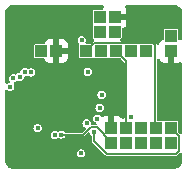
<source format=gbr>
%TF.GenerationSoftware,KiCad,Pcbnew,8.0.4-unknown-202407232306~396e531e7c~ubuntu22.04.1*%
%TF.CreationDate,2024-09-04T14:24:04+01:00*%
%TF.ProjectId,MONO_CTRL,4d4f4e4f-5f43-4545-924c-2e6b69636164,1.0*%
%TF.SameCoordinates,Original*%
%TF.FileFunction,Copper,L2,Inr*%
%TF.FilePolarity,Positive*%
%FSLAX46Y46*%
G04 Gerber Fmt 4.6, Leading zero omitted, Abs format (unit mm)*
G04 Created by KiCad (PCBNEW 8.0.4-unknown-202407232306~396e531e7c~ubuntu22.04.1) date 2024-09-04 14:24:04*
%MOMM*%
%LPD*%
G01*
G04 APERTURE LIST*
%TA.AperFunction,ComponentPad*%
%ADD10R,1.000000X1.000000*%
%TD*%
%TA.AperFunction,ViaPad*%
%ADD11C,0.400000*%
%TD*%
%TA.AperFunction,Conductor*%
%ADD12C,0.127000*%
%TD*%
G04 APERTURE END LIST*
D10*
%TO.N,+5V*%
%TO.C,J4*%
X31585000Y-25395001D03*
%TD*%
%TO.N,/U0TX*%
%TO.C,J17*%
X36390000Y-34795000D03*
%TD*%
%TO.N,/GPIO9*%
%TO.C,J5*%
X29180001Y-27025000D03*
%TD*%
%TO.N,GND*%
%TO.C,J22*%
X31310000Y-33525000D03*
%TD*%
%TO.N,GND*%
%TO.C,J2*%
X26640001Y-27025000D03*
%TD*%
%TO.N,/GPIO9*%
%TO.C,J12*%
X35120000Y-33525000D03*
%TD*%
%TO.N,/CSB*%
%TO.C,J8*%
X32990001Y-27025000D03*
%TD*%
%TO.N,+3.3V*%
%TO.C,J1*%
X25370001Y-27025000D03*
%TD*%
%TO.N,/USB_D-*%
%TO.C,J23*%
X30315000Y-25395000D03*
%TD*%
%TO.N,/SPICS*%
%TO.C,J15*%
X33850000Y-34795000D03*
%TD*%
%TO.N,+BATT*%
%TO.C,J24*%
X36360001Y-25755000D03*
%TD*%
%TO.N,/GPIO8*%
%TO.C,J14*%
X32580000Y-33525000D03*
%TD*%
%TO.N,GND*%
%TO.C,J26*%
X31585000Y-24125000D03*
%TD*%
%TO.N,/PWM*%
%TO.C,J18*%
X31310000Y-34795000D03*
%TD*%
%TO.N,/PICO*%
%TO.C,J13*%
X33850001Y-33525000D03*
%TD*%
%TO.N,/USB_D+*%
%TO.C,J10*%
X30315000Y-24125000D03*
%TD*%
%TO.N,/GPIO8*%
%TO.C,J7*%
X31720001Y-27025000D03*
%TD*%
%TO.N,/GPIO*%
%TO.C,J21*%
X32580000Y-34795000D03*
%TD*%
%TO.N,/U0RX*%
%TO.C,J16*%
X35120000Y-34795000D03*
%TD*%
%TO.N,+3.3V*%
%TO.C,J11*%
X36390000Y-33525000D03*
%TD*%
%TO.N,GND*%
%TO.C,J25*%
X36360001Y-27025000D03*
%TD*%
%TO.N,/PICO*%
%TO.C,J6*%
X30450001Y-27025000D03*
%TD*%
%TO.N,/extRef*%
%TO.C,J9*%
X34260001Y-27025000D03*
%TD*%
D11*
%TO.N,GND*%
X36865000Y-32495000D03*
X28315000Y-29575000D03*
X36575000Y-36395000D03*
X23060000Y-23870000D03*
X25415000Y-29575000D03*
X23260000Y-34250000D03*
X28315000Y-32575000D03*
X26915000Y-31075000D03*
X25415000Y-32625000D03*
X25415000Y-31125000D03*
X35415000Y-30395000D03*
X23180000Y-30760000D03*
X26915000Y-29575000D03*
X26815000Y-32575000D03*
%TO.N,/PICO*%
X29315000Y-28775000D03*
%TO.N,/SPICS*%
X28745000Y-35675000D03*
%TO.N,+BATT*%
X30135000Y-32745000D03*
X33015000Y-32625000D03*
%TO.N,/LED_IN*%
X30490000Y-30700000D03*
%TO.N,+3.3V*%
X29815000Y-33865001D03*
X28815000Y-26095000D03*
X30315000Y-31825000D03*
%TO.N,/GPIO*%
X26515000Y-34125000D03*
%TO.N,/lna_in*%
X24515000Y-28825000D03*
X25065001Y-33525000D03*
%TO.N,Net-(U2-MTMS)*%
X29215000Y-33125000D03*
%TO.N,/USB_D-*%
X23965697Y-28797257D03*
%TO.N,/USB_D+*%
X23540000Y-29200000D03*
%TO.N,/U0RX*%
X23006419Y-29333395D03*
%TO.N,/U0TX*%
X22740000Y-30040000D03*
%TO.N,/PWM*%
X27065000Y-34085000D03*
%TD*%
D12*
%TO.N,+3.3V*%
X37043500Y-35496500D02*
X36815000Y-35725000D01*
X37043500Y-34178500D02*
X37043500Y-35496500D01*
X36390000Y-33525000D02*
X37043500Y-34178500D01*
X30933000Y-35725000D02*
X29815000Y-34607000D01*
X36815000Y-35725000D02*
X30933000Y-35725000D01*
X29815000Y-34607000D02*
X29815000Y-33865001D01*
%TO.N,/GPIO9*%
X34861500Y-26371500D02*
X35001500Y-26511500D01*
X35001500Y-26511500D02*
X35001500Y-33406500D01*
X29833501Y-26371500D02*
X34861500Y-26371500D01*
X29180001Y-27025000D02*
X29833501Y-26371500D01*
X35001500Y-33406500D02*
X35120000Y-33525000D01*
%TO.N,/GPIO8*%
X32580000Y-33525000D02*
X32580000Y-27884999D01*
X32580000Y-27884999D02*
X31720001Y-27025000D01*
%TO.N,/PWM*%
X29548499Y-33451501D02*
X30071501Y-33451501D01*
X27065000Y-34085000D02*
X28915000Y-34085000D01*
X30071501Y-33451501D02*
X30656500Y-34036500D01*
X28915000Y-34085000D02*
X29548499Y-33451501D01*
X30656500Y-34036500D02*
X30656500Y-34141500D01*
X30656500Y-34141500D02*
X31310000Y-34795000D01*
%TD*%
%TA.AperFunction,Conductor*%
%TO.N,GND*%
G36*
X30646176Y-23155185D02*
G01*
X30691931Y-23207989D01*
X30701875Y-23277147D01*
X30678403Y-23333812D01*
X30641647Y-23382910D01*
X30641646Y-23382911D01*
X30615194Y-23453834D01*
X30573322Y-23509767D01*
X30507858Y-23534184D01*
X30499012Y-23534500D01*
X29806091Y-23534500D01*
X29779687Y-23539751D01*
X29779685Y-23539752D01*
X29749752Y-23559752D01*
X29729750Y-23589688D01*
X29724500Y-23616084D01*
X29724500Y-24633908D01*
X29729751Y-24660311D01*
X29750330Y-24691111D01*
X29771206Y-24757789D01*
X29752720Y-24825169D01*
X29750330Y-24828888D01*
X29729750Y-24859689D01*
X29724500Y-24886084D01*
X29724500Y-25903908D01*
X29729751Y-25930312D01*
X29729752Y-25930314D01*
X29749752Y-25960247D01*
X29779687Y-25980248D01*
X29779689Y-25980249D01*
X29781379Y-25980585D01*
X29784727Y-25982336D01*
X29790972Y-25984923D01*
X29790740Y-25985481D01*
X29843291Y-26012969D01*
X29877867Y-26073684D01*
X29874129Y-26143453D01*
X29833264Y-26200126D01*
X29804644Y-26216764D01*
X29746269Y-26240943D01*
X29746267Y-26240945D01*
X29589028Y-26398182D01*
X29527707Y-26431666D01*
X29501349Y-26434500D01*
X29237740Y-26434500D01*
X29170701Y-26414815D01*
X29124946Y-26362011D01*
X29115002Y-26292853D01*
X29127252Y-26254211D01*
X29152500Y-26204661D01*
X29152501Y-26204656D01*
X29169869Y-26095002D01*
X29169869Y-26094997D01*
X29152501Y-25985341D01*
X29149907Y-25980250D01*
X29102095Y-25886413D01*
X29102092Y-25886410D01*
X29102090Y-25886407D01*
X29023592Y-25807909D01*
X29023588Y-25807906D01*
X29023587Y-25807905D01*
X29019743Y-25805946D01*
X28924658Y-25757498D01*
X28815002Y-25740131D01*
X28814998Y-25740131D01*
X28705341Y-25757498D01*
X28606414Y-25807904D01*
X28606407Y-25807909D01*
X28527909Y-25886407D01*
X28527904Y-25886414D01*
X28477498Y-25985341D01*
X28460131Y-26094997D01*
X28460131Y-26095002D01*
X28477498Y-26204658D01*
X28527904Y-26303585D01*
X28527909Y-26303592D01*
X28571093Y-26346776D01*
X28604578Y-26408099D01*
X28599594Y-26477791D01*
X28597976Y-26481904D01*
X28594751Y-26489690D01*
X28589501Y-26516084D01*
X28589501Y-27533908D01*
X28594752Y-27560312D01*
X28594753Y-27560314D01*
X28614753Y-27590247D01*
X28644689Y-27610249D01*
X28653408Y-27611983D01*
X28671088Y-27615500D01*
X29688913Y-27615499D01*
X29715312Y-27610249D01*
X29745248Y-27590247D01*
X29745248Y-27590246D01*
X29746111Y-27589670D01*
X29812788Y-27568793D01*
X29880168Y-27587278D01*
X29883891Y-27589670D01*
X29884753Y-27590246D01*
X29884754Y-27590247D01*
X29914690Y-27610249D01*
X29941088Y-27615500D01*
X30958913Y-27615499D01*
X30985312Y-27610249D01*
X31015248Y-27590247D01*
X31015248Y-27590246D01*
X31016111Y-27589670D01*
X31082788Y-27568793D01*
X31150168Y-27587278D01*
X31153891Y-27589670D01*
X31154753Y-27590246D01*
X31154754Y-27590247D01*
X31184690Y-27610249D01*
X31211088Y-27615500D01*
X32041349Y-27615499D01*
X32108388Y-27635183D01*
X32129030Y-27651818D01*
X32389681Y-27912469D01*
X32423166Y-27973792D01*
X32426000Y-28000150D01*
X32426000Y-32640981D01*
X32406315Y-32708020D01*
X32353511Y-32753775D01*
X32284353Y-32763719D01*
X32220797Y-32734694D01*
X32202734Y-32715293D01*
X32167187Y-32667809D01*
X32052093Y-32581649D01*
X32052086Y-32581645D01*
X31917379Y-32531403D01*
X31917372Y-32531401D01*
X31857844Y-32525000D01*
X31560000Y-32525000D01*
X31560000Y-33315382D01*
X31509554Y-33264936D01*
X31435445Y-33222149D01*
X31352787Y-33200000D01*
X31267213Y-33200000D01*
X31184555Y-33222149D01*
X31110446Y-33264936D01*
X31060000Y-33315382D01*
X31060000Y-32525000D01*
X30762155Y-32525000D01*
X30702627Y-32531401D01*
X30702616Y-32531403D01*
X30567313Y-32581868D01*
X30497622Y-32586852D01*
X30436299Y-32553366D01*
X30423660Y-32538567D01*
X30422092Y-32536409D01*
X30343592Y-32457909D01*
X30343588Y-32457906D01*
X30343587Y-32457905D01*
X30258111Y-32414353D01*
X30207315Y-32366380D01*
X30206223Y-32361972D01*
X30182228Y-32381028D01*
X30144602Y-32388372D01*
X30144639Y-32388604D01*
X30138158Y-32389630D01*
X30135594Y-32390131D01*
X30134998Y-32390131D01*
X30025341Y-32407498D01*
X29926414Y-32457904D01*
X29926407Y-32457909D01*
X29847909Y-32536407D01*
X29847904Y-32536414D01*
X29797498Y-32635341D01*
X29780131Y-32744997D01*
X29780131Y-32745002D01*
X29797498Y-32854658D01*
X29847904Y-32953585D01*
X29847909Y-32953592D01*
X29926407Y-33032090D01*
X29926410Y-33032092D01*
X29926413Y-33032095D01*
X29987100Y-33063016D01*
X30037897Y-33110990D01*
X30054692Y-33178811D01*
X30032155Y-33244946D01*
X29977440Y-33288398D01*
X29930806Y-33297501D01*
X29687733Y-33297501D01*
X29620694Y-33277816D01*
X29574939Y-33225012D01*
X29564995Y-33155854D01*
X29565260Y-33154104D01*
X29569869Y-33125003D01*
X29569869Y-33124997D01*
X29552501Y-33015341D01*
X29525689Y-32962719D01*
X29502095Y-32916413D01*
X29502092Y-32916410D01*
X29502090Y-32916407D01*
X29423592Y-32837909D01*
X29423588Y-32837906D01*
X29423587Y-32837905D01*
X29415112Y-32833587D01*
X29324658Y-32787498D01*
X29215002Y-32770131D01*
X29214998Y-32770131D01*
X29105341Y-32787498D01*
X29006414Y-32837904D01*
X29006407Y-32837909D01*
X28927909Y-32916407D01*
X28927904Y-32916414D01*
X28877498Y-33015341D01*
X28860131Y-33124997D01*
X28860131Y-33125002D01*
X28877498Y-33234658D01*
X28927904Y-33333585D01*
X28927909Y-33333592D01*
X29006407Y-33412090D01*
X29006411Y-33412093D01*
X29006413Y-33412095D01*
X29095283Y-33457376D01*
X29146078Y-33505349D01*
X29162873Y-33573170D01*
X29140336Y-33639305D01*
X29126669Y-33655541D01*
X29064172Y-33718039D01*
X28887528Y-33894682D01*
X28826208Y-33928166D01*
X28799849Y-33931000D01*
X27454936Y-33931000D01*
X27387897Y-33911315D01*
X27354620Y-33879888D01*
X27352097Y-33876416D01*
X27352096Y-33876415D01*
X27352095Y-33876413D01*
X27273587Y-33797905D01*
X27248385Y-33785064D01*
X27174658Y-33747498D01*
X27065002Y-33730131D01*
X27064998Y-33730131D01*
X26955341Y-33747498D01*
X26856414Y-33797904D01*
X26856405Y-33797910D01*
X26848780Y-33805536D01*
X26787456Y-33839019D01*
X26717764Y-33834032D01*
X26704818Y-33828342D01*
X26624661Y-33787500D01*
X26624659Y-33787499D01*
X26624656Y-33787498D01*
X26515002Y-33770131D01*
X26514998Y-33770131D01*
X26405341Y-33787498D01*
X26306414Y-33837904D01*
X26306407Y-33837909D01*
X26227909Y-33916407D01*
X26227904Y-33916414D01*
X26177498Y-34015341D01*
X26160131Y-34124997D01*
X26160131Y-34125002D01*
X26177498Y-34234658D01*
X26227904Y-34333585D01*
X26227909Y-34333592D01*
X26306407Y-34412090D01*
X26306410Y-34412092D01*
X26306413Y-34412095D01*
X26360923Y-34439869D01*
X26405341Y-34462501D01*
X26514998Y-34479869D01*
X26515000Y-34479869D01*
X26515002Y-34479869D01*
X26624658Y-34462501D01*
X26624659Y-34462500D01*
X26624661Y-34462500D01*
X26723587Y-34412095D01*
X26731213Y-34404469D01*
X26792535Y-34370982D01*
X26862227Y-34375964D01*
X26875173Y-34381653D01*
X26955339Y-34422500D01*
X26955341Y-34422500D01*
X26955343Y-34422501D01*
X27064998Y-34439869D01*
X27065000Y-34439869D01*
X27065002Y-34439869D01*
X27174658Y-34422501D01*
X27174659Y-34422500D01*
X27174661Y-34422500D01*
X27273587Y-34372095D01*
X27352095Y-34293587D01*
X27352097Y-34293582D01*
X27354620Y-34290112D01*
X27358765Y-34286915D01*
X27358995Y-34286686D01*
X27359024Y-34286715D01*
X27409950Y-34247448D01*
X27454936Y-34239000D01*
X28945632Y-34239000D01*
X28945633Y-34239000D01*
X29002234Y-34215555D01*
X29277709Y-33940079D01*
X29339029Y-33906596D01*
X29408721Y-33911580D01*
X29464655Y-33953451D01*
X29475873Y-33971468D01*
X29477499Y-33974660D01*
X29477500Y-33974662D01*
X29527905Y-34073588D01*
X29606413Y-34152096D01*
X29606415Y-34152097D01*
X29606416Y-34152098D01*
X29609888Y-34154621D01*
X29613084Y-34158766D01*
X29613314Y-34158996D01*
X29613284Y-34159025D01*
X29652552Y-34209951D01*
X29661000Y-34254937D01*
X29661000Y-34576367D01*
X29661000Y-34637633D01*
X29684445Y-34694234D01*
X30802445Y-35812234D01*
X30845766Y-35855555D01*
X30902368Y-35879000D01*
X30902370Y-35879000D01*
X36845632Y-35879000D01*
X36845633Y-35879000D01*
X36902234Y-35855555D01*
X37092819Y-35664970D01*
X37154142Y-35631485D01*
X37223834Y-35636469D01*
X37279767Y-35678341D01*
X37304184Y-35743805D01*
X37304500Y-35752651D01*
X37304500Y-36268907D01*
X37303903Y-36281061D01*
X37291488Y-36407113D01*
X37286745Y-36430955D01*
X37251752Y-36546310D01*
X37242450Y-36568767D01*
X37185629Y-36675071D01*
X37172124Y-36695283D01*
X37095652Y-36788464D01*
X37078464Y-36805652D01*
X36985283Y-36882124D01*
X36965071Y-36895629D01*
X36858767Y-36952450D01*
X36836310Y-36961752D01*
X36720955Y-36996745D01*
X36697113Y-37001488D01*
X36571062Y-37013903D01*
X36558908Y-37014500D01*
X23071092Y-37014500D01*
X23058938Y-37013903D01*
X22932886Y-37001488D01*
X22909044Y-36996745D01*
X22793689Y-36961752D01*
X22771232Y-36952450D01*
X22664928Y-36895629D01*
X22644716Y-36882124D01*
X22551535Y-36805652D01*
X22534347Y-36788464D01*
X22457875Y-36695283D01*
X22444370Y-36675071D01*
X22387549Y-36568767D01*
X22378247Y-36546310D01*
X22343254Y-36430955D01*
X22338512Y-36407119D01*
X22326097Y-36281070D01*
X22325500Y-36268916D01*
X22325500Y-35674997D01*
X28390131Y-35674997D01*
X28390131Y-35675002D01*
X28407498Y-35784658D01*
X28457904Y-35883585D01*
X28457909Y-35883592D01*
X28536407Y-35962090D01*
X28536410Y-35962092D01*
X28536413Y-35962095D01*
X28635339Y-36012500D01*
X28635341Y-36012501D01*
X28744998Y-36029869D01*
X28745000Y-36029869D01*
X28745002Y-36029869D01*
X28854658Y-36012501D01*
X28854659Y-36012500D01*
X28854661Y-36012500D01*
X28953587Y-35962095D01*
X29032095Y-35883587D01*
X29082500Y-35784661D01*
X29082500Y-35784659D01*
X29082501Y-35784658D01*
X29099869Y-35675002D01*
X29099869Y-35674997D01*
X29082501Y-35565341D01*
X29082500Y-35565339D01*
X29032095Y-35466413D01*
X29032092Y-35466410D01*
X29032090Y-35466407D01*
X28953592Y-35387909D01*
X28953588Y-35387906D01*
X28953587Y-35387905D01*
X28899305Y-35360247D01*
X28854658Y-35337498D01*
X28745002Y-35320131D01*
X28744998Y-35320131D01*
X28635341Y-35337498D01*
X28536414Y-35387904D01*
X28536407Y-35387909D01*
X28457909Y-35466407D01*
X28457904Y-35466414D01*
X28407498Y-35565341D01*
X28390131Y-35674997D01*
X22325500Y-35674997D01*
X22325500Y-33524997D01*
X24710132Y-33524997D01*
X24710132Y-33525002D01*
X24727499Y-33634658D01*
X24777905Y-33733585D01*
X24777910Y-33733592D01*
X24856408Y-33812090D01*
X24856411Y-33812092D01*
X24856414Y-33812095D01*
X24909256Y-33839019D01*
X24955342Y-33862501D01*
X25064999Y-33879869D01*
X25065001Y-33879869D01*
X25065003Y-33879869D01*
X25174659Y-33862501D01*
X25174660Y-33862500D01*
X25174662Y-33862500D01*
X25273588Y-33812095D01*
X25352096Y-33733587D01*
X25402501Y-33634661D01*
X25402501Y-33634659D01*
X25402502Y-33634658D01*
X25419870Y-33525002D01*
X25419870Y-33524997D01*
X25402502Y-33415341D01*
X25360849Y-33333592D01*
X25352096Y-33316413D01*
X25352093Y-33316410D01*
X25352091Y-33316407D01*
X25273593Y-33237909D01*
X25273589Y-33237906D01*
X25273588Y-33237905D01*
X25199195Y-33200000D01*
X25174659Y-33187498D01*
X25065003Y-33170131D01*
X25064999Y-33170131D01*
X24955342Y-33187498D01*
X24856415Y-33237904D01*
X24856408Y-33237909D01*
X24777910Y-33316407D01*
X24777905Y-33316414D01*
X24727499Y-33415341D01*
X24710132Y-33524997D01*
X22325500Y-33524997D01*
X22325500Y-31824997D01*
X29960131Y-31824997D01*
X29960131Y-31825002D01*
X29977498Y-31934658D01*
X30027904Y-32033585D01*
X30027909Y-32033592D01*
X30106407Y-32112090D01*
X30106410Y-32112092D01*
X30106413Y-32112095D01*
X30191888Y-32155646D01*
X30242685Y-32203620D01*
X30243776Y-32208027D01*
X30267772Y-32188972D01*
X30305397Y-32181627D01*
X30305361Y-32181396D01*
X30311841Y-32180369D01*
X30314406Y-32179869D01*
X30315002Y-32179869D01*
X30424658Y-32162501D01*
X30424659Y-32162500D01*
X30424661Y-32162500D01*
X30523587Y-32112095D01*
X30602095Y-32033587D01*
X30652500Y-31934661D01*
X30652500Y-31934659D01*
X30652501Y-31934658D01*
X30669869Y-31825002D01*
X30669869Y-31824997D01*
X30652501Y-31715341D01*
X30652500Y-31715339D01*
X30602095Y-31616413D01*
X30602092Y-31616410D01*
X30602090Y-31616407D01*
X30523592Y-31537909D01*
X30523588Y-31537906D01*
X30523587Y-31537905D01*
X30519743Y-31535946D01*
X30424658Y-31487498D01*
X30315002Y-31470131D01*
X30314998Y-31470131D01*
X30205341Y-31487498D01*
X30106414Y-31537904D01*
X30106407Y-31537909D01*
X30027909Y-31616407D01*
X30027904Y-31616414D01*
X29977498Y-31715341D01*
X29960131Y-31824997D01*
X22325500Y-31824997D01*
X22325500Y-30699997D01*
X30135131Y-30699997D01*
X30135131Y-30700002D01*
X30152498Y-30809658D01*
X30202904Y-30908585D01*
X30202909Y-30908592D01*
X30281407Y-30987090D01*
X30281410Y-30987092D01*
X30281413Y-30987095D01*
X30380339Y-31037500D01*
X30380341Y-31037501D01*
X30489998Y-31054869D01*
X30490000Y-31054869D01*
X30490002Y-31054869D01*
X30599658Y-31037501D01*
X30599659Y-31037500D01*
X30599661Y-31037500D01*
X30698587Y-30987095D01*
X30777095Y-30908587D01*
X30827500Y-30809661D01*
X30827500Y-30809659D01*
X30827501Y-30809658D01*
X30844869Y-30700002D01*
X30844869Y-30699997D01*
X30827501Y-30590341D01*
X30827500Y-30590339D01*
X30777095Y-30491413D01*
X30777092Y-30491410D01*
X30777090Y-30491407D01*
X30698592Y-30412909D01*
X30698588Y-30412906D01*
X30698587Y-30412905D01*
X30663189Y-30394869D01*
X30599658Y-30362498D01*
X30490002Y-30345131D01*
X30489998Y-30345131D01*
X30380341Y-30362498D01*
X30281414Y-30412904D01*
X30281407Y-30412909D01*
X30202909Y-30491407D01*
X30202904Y-30491414D01*
X30152498Y-30590341D01*
X30135131Y-30699997D01*
X22325500Y-30699997D01*
X22325500Y-30420545D01*
X22345185Y-30353506D01*
X22397989Y-30307751D01*
X22467147Y-30297807D01*
X22522317Y-30323002D01*
X22523514Y-30321356D01*
X22531410Y-30327092D01*
X22531413Y-30327095D01*
X22583248Y-30353506D01*
X22630341Y-30377501D01*
X22739998Y-30394869D01*
X22740000Y-30394869D01*
X22740002Y-30394869D01*
X22849658Y-30377501D01*
X22849659Y-30377500D01*
X22849661Y-30377500D01*
X22948587Y-30327095D01*
X23027095Y-30248587D01*
X23077500Y-30149661D01*
X23077500Y-30149659D01*
X23077501Y-30149658D01*
X23094869Y-30040002D01*
X23094869Y-30039997D01*
X23077501Y-29930343D01*
X23077500Y-29930341D01*
X23077500Y-29930339D01*
X23035474Y-29847858D01*
X23022579Y-29779193D01*
X23048855Y-29714452D01*
X23105962Y-29674195D01*
X23107643Y-29673635D01*
X23116071Y-29670896D01*
X23116080Y-29670895D01*
X23215006Y-29620490D01*
X23278964Y-29556531D01*
X23340284Y-29523047D01*
X23409976Y-29528031D01*
X23422920Y-29533720D01*
X23430339Y-29537500D01*
X23430343Y-29537500D01*
X23430344Y-29537501D01*
X23539998Y-29554869D01*
X23540000Y-29554869D01*
X23540002Y-29554869D01*
X23649658Y-29537501D01*
X23649659Y-29537500D01*
X23649661Y-29537500D01*
X23748587Y-29487095D01*
X23827095Y-29408587D01*
X23877500Y-29309661D01*
X23877500Y-29309659D01*
X23877501Y-29309658D01*
X23886731Y-29251382D01*
X23916660Y-29188248D01*
X23975971Y-29151316D01*
X23989785Y-29148310D01*
X24075358Y-29134757D01*
X24163165Y-29090017D01*
X24231831Y-29077121D01*
X24296571Y-29103397D01*
X24305929Y-29111743D01*
X24306410Y-29112092D01*
X24306413Y-29112095D01*
X24359977Y-29139387D01*
X24405341Y-29162501D01*
X24514998Y-29179869D01*
X24515000Y-29179869D01*
X24515002Y-29179869D01*
X24624658Y-29162501D01*
X24624659Y-29162500D01*
X24624661Y-29162500D01*
X24723587Y-29112095D01*
X24802095Y-29033587D01*
X24852500Y-28934661D01*
X24852500Y-28934659D01*
X24852501Y-28934658D01*
X24869869Y-28825002D01*
X24869869Y-28824997D01*
X24861950Y-28774997D01*
X28960131Y-28774997D01*
X28960131Y-28775002D01*
X28977498Y-28884658D01*
X29027904Y-28983585D01*
X29027909Y-28983592D01*
X29106407Y-29062090D01*
X29106410Y-29062092D01*
X29106413Y-29062095D01*
X29187473Y-29103397D01*
X29205341Y-29112501D01*
X29314998Y-29129869D01*
X29315000Y-29129869D01*
X29315002Y-29129869D01*
X29424658Y-29112501D01*
X29424659Y-29112500D01*
X29424661Y-29112500D01*
X29523587Y-29062095D01*
X29602095Y-28983587D01*
X29652500Y-28884661D01*
X29652500Y-28884659D01*
X29652501Y-28884658D01*
X29669869Y-28775002D01*
X29669869Y-28774997D01*
X29652501Y-28665341D01*
X29652500Y-28665339D01*
X29602095Y-28566413D01*
X29602092Y-28566410D01*
X29602090Y-28566407D01*
X29523592Y-28487909D01*
X29523588Y-28487906D01*
X29523587Y-28487905D01*
X29519743Y-28485946D01*
X29424658Y-28437498D01*
X29315002Y-28420131D01*
X29314998Y-28420131D01*
X29205341Y-28437498D01*
X29106414Y-28487904D01*
X29106407Y-28487909D01*
X29027909Y-28566407D01*
X29027904Y-28566414D01*
X28977498Y-28665341D01*
X28960131Y-28774997D01*
X24861950Y-28774997D01*
X24852501Y-28715341D01*
X24827024Y-28665339D01*
X24802095Y-28616413D01*
X24802092Y-28616410D01*
X24802090Y-28616407D01*
X24723592Y-28537909D01*
X24723588Y-28537906D01*
X24723587Y-28537905D01*
X24669136Y-28510161D01*
X24624658Y-28487498D01*
X24515002Y-28470131D01*
X24514998Y-28470131D01*
X24405342Y-28487498D01*
X24317531Y-28532239D01*
X24248861Y-28545134D01*
X24184121Y-28518856D01*
X24174767Y-28510514D01*
X24174285Y-28510163D01*
X24174284Y-28510162D01*
X24129807Y-28487500D01*
X24075355Y-28459755D01*
X23965699Y-28442388D01*
X23965695Y-28442388D01*
X23856038Y-28459755D01*
X23757111Y-28510161D01*
X23757104Y-28510166D01*
X23678606Y-28588664D01*
X23678601Y-28588671D01*
X23628196Y-28687598D01*
X23618965Y-28745876D01*
X23589035Y-28809010D01*
X23529723Y-28845940D01*
X23515890Y-28848949D01*
X23430341Y-28862498D01*
X23331414Y-28912904D01*
X23331410Y-28912906D01*
X23267455Y-28976862D01*
X23206131Y-29010346D01*
X23136440Y-29005361D01*
X23123484Y-28999667D01*
X23116078Y-28995894D01*
X23006421Y-28978526D01*
X23006417Y-28978526D01*
X22896760Y-28995893D01*
X22797833Y-29046299D01*
X22797826Y-29046304D01*
X22719328Y-29124802D01*
X22719323Y-29124809D01*
X22668917Y-29223736D01*
X22651550Y-29333392D01*
X22651550Y-29333397D01*
X22668917Y-29443053D01*
X22710943Y-29525533D01*
X22723839Y-29594202D01*
X22697562Y-29658942D01*
X22640456Y-29699199D01*
X22638783Y-29699756D01*
X22630339Y-29702499D01*
X22531414Y-29752904D01*
X22523514Y-29758644D01*
X22521409Y-29755747D01*
X22475858Y-29780621D01*
X22406166Y-29775637D01*
X22350233Y-29733765D01*
X22325816Y-29668301D01*
X22325500Y-29659455D01*
X22325500Y-26516084D01*
X24779501Y-26516084D01*
X24779501Y-27533908D01*
X24784752Y-27560312D01*
X24784753Y-27560314D01*
X24804753Y-27590247D01*
X24834689Y-27610249D01*
X24843408Y-27611983D01*
X24861088Y-27615500D01*
X25554014Y-27615499D01*
X25621052Y-27635183D01*
X25666807Y-27687987D01*
X25670195Y-27696166D01*
X25696646Y-27767086D01*
X25696650Y-27767093D01*
X25782810Y-27882187D01*
X25782813Y-27882190D01*
X25897907Y-27968350D01*
X25897914Y-27968354D01*
X26032621Y-28018596D01*
X26032628Y-28018598D01*
X26092156Y-28024999D01*
X26092173Y-28025000D01*
X26390001Y-28025000D01*
X26890001Y-28025000D01*
X27187829Y-28025000D01*
X27187845Y-28024999D01*
X27247373Y-28018598D01*
X27247380Y-28018596D01*
X27382087Y-27968354D01*
X27382094Y-27968350D01*
X27497188Y-27882190D01*
X27497191Y-27882187D01*
X27583351Y-27767093D01*
X27583355Y-27767086D01*
X27633597Y-27632379D01*
X27633599Y-27632372D01*
X27640000Y-27572844D01*
X27640001Y-27572827D01*
X27640001Y-27275000D01*
X26890001Y-27275000D01*
X26890001Y-28025000D01*
X26390001Y-28025000D01*
X26390001Y-27234618D01*
X26440447Y-27285064D01*
X26514556Y-27327851D01*
X26597214Y-27350000D01*
X26682788Y-27350000D01*
X26765446Y-27327851D01*
X26839555Y-27285064D01*
X26900065Y-27224554D01*
X26942852Y-27150445D01*
X26965001Y-27067787D01*
X26965001Y-26982213D01*
X26942852Y-26899555D01*
X26900065Y-26825446D01*
X26849619Y-26775000D01*
X26890001Y-26775000D01*
X27640001Y-26775000D01*
X27640001Y-26477172D01*
X27640000Y-26477155D01*
X27633599Y-26417627D01*
X27633597Y-26417620D01*
X27583355Y-26282913D01*
X27583351Y-26282906D01*
X27497191Y-26167812D01*
X27497188Y-26167809D01*
X27382094Y-26081649D01*
X27382087Y-26081645D01*
X27247380Y-26031403D01*
X27247373Y-26031401D01*
X27187845Y-26025000D01*
X26890001Y-26025000D01*
X26890001Y-26775000D01*
X26849619Y-26775000D01*
X26839555Y-26764936D01*
X26765446Y-26722149D01*
X26682788Y-26700000D01*
X26597214Y-26700000D01*
X26514556Y-26722149D01*
X26440447Y-26764936D01*
X26390001Y-26815382D01*
X26390001Y-26025000D01*
X26092156Y-26025000D01*
X26032628Y-26031401D01*
X26032621Y-26031403D01*
X25897914Y-26081645D01*
X25897907Y-26081649D01*
X25782813Y-26167809D01*
X25782810Y-26167812D01*
X25696650Y-26282906D01*
X25696647Y-26282911D01*
X25670195Y-26353834D01*
X25628323Y-26409767D01*
X25562859Y-26434184D01*
X25554013Y-26434500D01*
X24861092Y-26434500D01*
X24834688Y-26439751D01*
X24834686Y-26439752D01*
X24804753Y-26459752D01*
X24784751Y-26489688D01*
X24779501Y-26516084D01*
X22325500Y-26516084D01*
X22325500Y-23731960D01*
X22326280Y-23718077D01*
X22337771Y-23616088D01*
X22338716Y-23607700D01*
X22344892Y-23580643D01*
X22379266Y-23482407D01*
X22391306Y-23457404D01*
X22446681Y-23369276D01*
X22463987Y-23347575D01*
X22537575Y-23273987D01*
X22559276Y-23256681D01*
X22647404Y-23201306D01*
X22672407Y-23189266D01*
X22770643Y-23154892D01*
X22797700Y-23148716D01*
X22897907Y-23137425D01*
X22908078Y-23136280D01*
X22921961Y-23135500D01*
X30579137Y-23135500D01*
X30646176Y-23155185D01*
G37*
%TD.AperFunction*%
%TA.AperFunction,Conductor*%
G36*
X36610001Y-28025000D02*
G01*
X36907829Y-28025000D01*
X36907845Y-28024999D01*
X36967373Y-28018598D01*
X36967380Y-28018596D01*
X37102087Y-27968354D01*
X37102091Y-27968352D01*
X37106187Y-27965286D01*
X37171650Y-27940867D01*
X37239924Y-27955717D01*
X37289330Y-28005121D01*
X37304500Y-28064551D01*
X37304500Y-33922349D01*
X37284815Y-33989388D01*
X37232011Y-34035143D01*
X37162853Y-34045087D01*
X37099297Y-34016062D01*
X37092819Y-34010030D01*
X37016818Y-33934029D01*
X36983333Y-33872706D01*
X36980499Y-33846348D01*
X36980499Y-33016091D01*
X36980499Y-33016088D01*
X36975249Y-32989689D01*
X36975248Y-32989687D01*
X36975247Y-32989685D01*
X36955247Y-32959752D01*
X36925311Y-32939750D01*
X36898915Y-32934500D01*
X35881091Y-32934500D01*
X35854687Y-32939751D01*
X35854682Y-32939753D01*
X35823886Y-32960330D01*
X35757208Y-32981206D01*
X35689829Y-32962719D01*
X35686110Y-32960329D01*
X35655311Y-32939750D01*
X35628915Y-32934500D01*
X35628913Y-32934500D01*
X35279500Y-32934500D01*
X35212461Y-32914815D01*
X35166706Y-32862011D01*
X35155500Y-32810500D01*
X35155500Y-27754210D01*
X35175185Y-27687171D01*
X35227989Y-27641416D01*
X35297147Y-27631472D01*
X35360703Y-27660497D01*
X35395682Y-27710877D01*
X35416646Y-27767086D01*
X35416650Y-27767093D01*
X35502810Y-27882187D01*
X35502813Y-27882190D01*
X35617907Y-27968350D01*
X35617914Y-27968354D01*
X35752621Y-28018596D01*
X35752628Y-28018598D01*
X35812156Y-28024999D01*
X35812173Y-28025000D01*
X36110001Y-28025000D01*
X36110001Y-27234618D01*
X36160447Y-27285064D01*
X36234556Y-27327851D01*
X36317214Y-27350000D01*
X36402788Y-27350000D01*
X36485446Y-27327851D01*
X36559555Y-27285064D01*
X36610001Y-27234618D01*
X36610001Y-28025000D01*
G37*
%TD.AperFunction*%
%TA.AperFunction,Conductor*%
G36*
X36721922Y-23136280D02*
G01*
X36733674Y-23137604D01*
X36832297Y-23148716D01*
X36859358Y-23154892D01*
X36957588Y-23189265D01*
X36982598Y-23201308D01*
X37070719Y-23256678D01*
X37092428Y-23273991D01*
X37166008Y-23347571D01*
X37183321Y-23369280D01*
X37238689Y-23457398D01*
X37250736Y-23482415D01*
X37285105Y-23580635D01*
X37291284Y-23607706D01*
X37303720Y-23718077D01*
X37304500Y-23731961D01*
X37304500Y-25985448D01*
X37284815Y-26052487D01*
X37232011Y-26098242D01*
X37162853Y-26108186D01*
X37106192Y-26084717D01*
X37102092Y-26081648D01*
X37102087Y-26081645D01*
X37031167Y-26055194D01*
X36975233Y-26013323D01*
X36950816Y-25947859D01*
X36950500Y-25939031D01*
X36950500Y-25246088D01*
X36945250Y-25219689D01*
X36945249Y-25219687D01*
X36945248Y-25219685D01*
X36925248Y-25189752D01*
X36895312Y-25169750D01*
X36868916Y-25164500D01*
X35851092Y-25164500D01*
X35824688Y-25169751D01*
X35824686Y-25169752D01*
X35794753Y-25189752D01*
X35774751Y-25219688D01*
X35769501Y-25246084D01*
X35769501Y-25939012D01*
X35749816Y-26006051D01*
X35697012Y-26051806D01*
X35688835Y-26055194D01*
X35617912Y-26081646D01*
X35617907Y-26081649D01*
X35502813Y-26167809D01*
X35502810Y-26167812D01*
X35416650Y-26282906D01*
X35416646Y-26282913D01*
X35364200Y-26423529D01*
X35322329Y-26479463D01*
X35256864Y-26503880D01*
X35188591Y-26489028D01*
X35139186Y-26439623D01*
X35133457Y-26427650D01*
X35132055Y-26424266D01*
X34948735Y-26240946D01*
X34948734Y-26240945D01*
X34892133Y-26217500D01*
X34892132Y-26217500D01*
X32170930Y-26217500D01*
X32103891Y-26197815D01*
X32058136Y-26145011D01*
X32048192Y-26075853D01*
X32077217Y-26012297D01*
X32110836Y-25988054D01*
X32110156Y-25987036D01*
X32150247Y-25960248D01*
X32170249Y-25930312D01*
X32170249Y-25930311D01*
X32175500Y-25903914D01*
X32175499Y-25210985D01*
X32195183Y-25143948D01*
X32247987Y-25098193D01*
X32256167Y-25094805D01*
X32327084Y-25068355D01*
X32327093Y-25068350D01*
X32442187Y-24982190D01*
X32442190Y-24982187D01*
X32528350Y-24867093D01*
X32528354Y-24867086D01*
X32578596Y-24732379D01*
X32578598Y-24732372D01*
X32584999Y-24672844D01*
X32585000Y-24672827D01*
X32585000Y-24375000D01*
X31794618Y-24375000D01*
X31845064Y-24324554D01*
X31887851Y-24250445D01*
X31910000Y-24167787D01*
X31910000Y-24082213D01*
X31887851Y-23999555D01*
X31845064Y-23925446D01*
X31794618Y-23875000D01*
X32585000Y-23875000D01*
X32585000Y-23577172D01*
X32584999Y-23577155D01*
X32578598Y-23517627D01*
X32578596Y-23517620D01*
X32528354Y-23382913D01*
X32528352Y-23382910D01*
X32491597Y-23333812D01*
X32467179Y-23268348D01*
X32482030Y-23200075D01*
X32531435Y-23150669D01*
X32590863Y-23135500D01*
X36708039Y-23135500D01*
X36721922Y-23136280D01*
G37*
%TD.AperFunction*%
%TD*%
M02*

</source>
